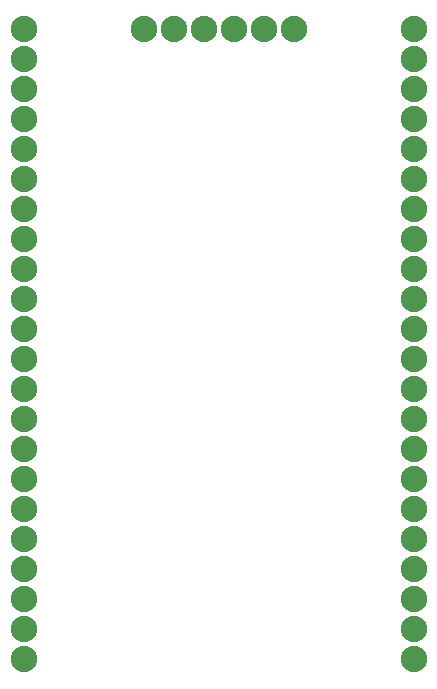
<source format=gbs>
G04 MADE WITH FRITZING*
G04 WWW.FRITZING.ORG*
G04 DOUBLE SIDED*
G04 HOLES PLATED*
G04 CONTOUR ON CENTER OF CONTOUR VECTOR*
%ASAXBY*%
%FSLAX23Y23*%
%MOIN*%
%OFA0B0*%
%SFA1.0B1.0*%
%ADD10C,0.088000*%
%LNMASK0*%
G90*
G70*
G54D10*
X1472Y2262D03*
X1472Y2162D03*
X1472Y2062D03*
X1472Y1962D03*
X1472Y1862D03*
X1472Y1762D03*
X1472Y1662D03*
X1472Y1562D03*
X1472Y1462D03*
X1472Y1362D03*
X1472Y1262D03*
X1472Y1162D03*
X1472Y1062D03*
X1472Y962D03*
X1472Y862D03*
X1472Y762D03*
X1472Y662D03*
X1472Y562D03*
X1472Y462D03*
X1472Y362D03*
X1472Y262D03*
X1472Y162D03*
X171Y2263D03*
X171Y2163D03*
X171Y2063D03*
X171Y1963D03*
X171Y1863D03*
X171Y1763D03*
X171Y1663D03*
X171Y1563D03*
X171Y1463D03*
X171Y1363D03*
X171Y1263D03*
X171Y1163D03*
X171Y1063D03*
X171Y963D03*
X171Y863D03*
X171Y763D03*
X171Y663D03*
X171Y563D03*
X171Y463D03*
X171Y363D03*
X171Y263D03*
X171Y163D03*
X1071Y2263D03*
X971Y2263D03*
X871Y2263D03*
X771Y2263D03*
X671Y2263D03*
X571Y2263D03*
G04 End of Mask0*
M02*
</source>
